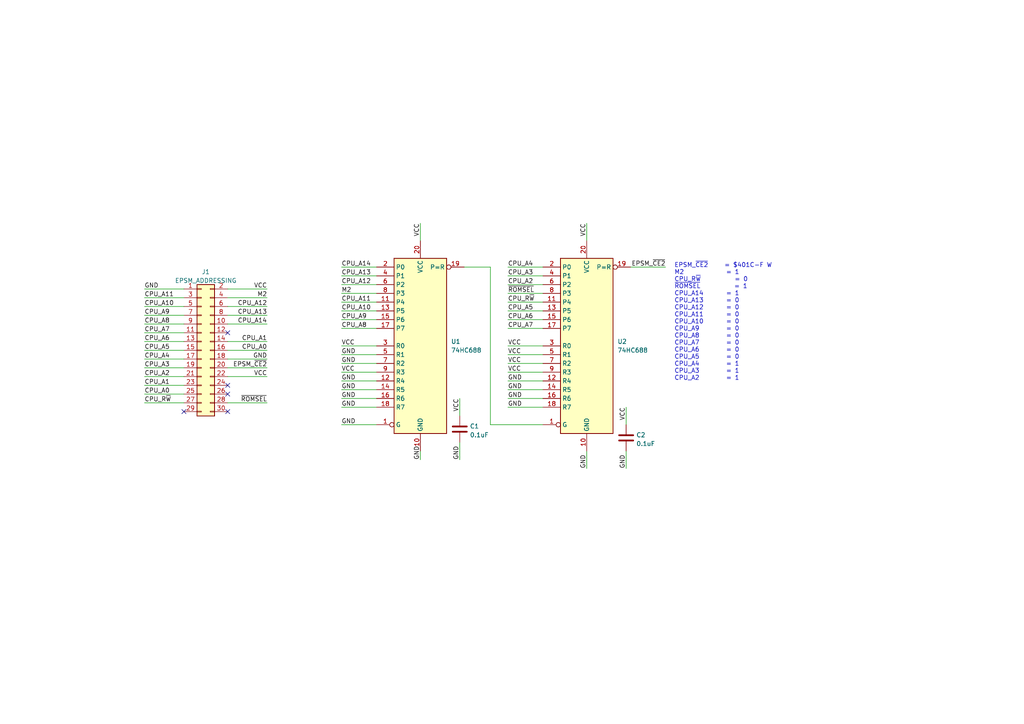
<source format=kicad_sch>
(kicad_sch (version 20211123) (generator eeschema)
  (paper "A4")
  (title_block (title "EPSM Expansion Audio FC 401C-F Addressing Daughterboard") (date "2023-01-22") (rev "REV. A") (company "Perkka, Persune"))
  (lib_symbols
    (symbol "74xx:74HC688"
      (property "Reference" "U" (at -7.62 26.67 0))
      (property "Value" "74HC688" (at -7.62 -26.67 0))
      (symbol "74HC688_1_0"
        (pin input inverted (at -12.7 -22.86 0) (length 5.08) (name "G") (number "1"))
        (pin power_in line (at 0 -30.48 90) (length 5.08) (name "GND") (number "10"))
        (pin input line (at -12.7 12.7 0) (length 5.08) (name "P4") (number "11"))
        (pin input line (at -12.7 -10.16 0) (length 5.08) (name "R4") (number "12"))
        (pin input line (at -12.7 10.16 0) (length 5.08) (name "P5") (number "13"))
        (pin input line (at -12.7 -12.7 0) (length 5.08) (name "R5") (number "14"))
        (pin input line (at -12.7 7.62 0) (length 5.08) (name "P6") (number "15"))
        (pin input line (at -12.7 -15.24 0) (length 5.08) (name "R6") (number "16"))
        (pin input line (at -12.7 5.08 0) (length 5.08) (name "P7") (number "17"))
        (pin input line (at -12.7 -17.78 0) (length 5.08) (name "R7") (number "18"))
        (pin output inverted (at 12.7 22.86 180) (length 5.08) (name "P=R") (number "19"))
        (pin input line (at -12.7 22.86 0) (length 5.08) (name "P0") (number "2"))
        (pin power_in line (at 0 30.48 270) (length 5.08) (name "VCC") (number "20"))
        (pin input line (at -12.7 0 0) (length 5.08) (name "R0") (number "3"))
        (pin input line (at -12.7 20.32 0) (length 5.08) (name "P1") (number "4"))
        (pin input line (at -12.7 -2.54 0) (length 5.08) (name "R1") (number "5"))
        (pin input line (at -12.7 17.78 0) (length 5.08) (name "P2") (number "6"))
        (pin input line (at -12.7 -5.08 0) (length 5.08) (name "R2") (number "7"))
        (pin input line (at -12.7 15.24 0) (length 5.08) (name "P3") (number "8"))
        (pin input line (at -12.7 -7.62 0) (length 5.08) (name "R3") (number "9"))
      )
      (symbol "74HC688_1_1"
        (rectangle (start -7.62 25.4) (end 7.62 -25.4) (stroke (width 0.254)) (fill (type background)))
      )
    )
    (symbol "Connector_Generic:Conn_02x15_Odd_Even" (pin_names (offset 1.016) hide)
      (property "Reference" "J" (at 1.27 20.32 0))
      (property "Value" "Conn_02x15_Odd_Even" (at 1.27 -20.32 0))
      (symbol "Conn_02x15_Odd_Even_1_1"
        (rectangle (start -1.27 -17.653) (end 0 -17.907) (stroke (width 0.1524)))
        (rectangle (start -1.27 -15.113) (end 0 -15.367) (stroke (width 0.1524)))
        (rectangle (start -1.27 -12.573) (end 0 -12.827) (stroke (width 0.1524)))
        (rectangle (start -1.27 -10.033) (end 0 -10.287) (stroke (width 0.1524)))
        (rectangle (start -1.27 -7.493) (end 0 -7.747) (stroke (width 0.1524)))
        (rectangle (start -1.27 -4.953) (end 0 -5.207) (stroke (width 0.1524)))
        (rectangle (start -1.27 -2.413) (end 0 -2.667) (stroke (width 0.1524)))
        (rectangle (start -1.27 0.127) (end 0 -0.127) (stroke (width 0.1524)))
        (rectangle (start -1.27 2.667) (end 0 2.413) (stroke (width 0.1524)))
        (rectangle (start -1.27 5.207) (end 0 4.953) (stroke (width 0.1524)))
        (rectangle (start -1.27 7.747) (end 0 7.493) (stroke (width 0.1524)))
        (rectangle (start -1.27 10.287) (end 0 10.033) (stroke (width 0.1524)))
        (rectangle (start -1.27 12.827) (end 0 12.573) (stroke (width 0.1524)))
        (rectangle (start -1.27 15.367) (end 0 15.113) (stroke (width 0.1524)))
        (rectangle (start -1.27 17.907) (end 0 17.653) (stroke (width 0.1524)))
        (rectangle (start -1.27 19.05) (end 3.81 -19.05) (stroke (width 0.254)) (fill (type background)))
        (rectangle (start 3.81 -17.653) (end 2.54 -17.907) (stroke (width 0.1524)))
        (rectangle (start 3.81 -15.113) (end 2.54 -15.367) (stroke (width 0.1524)))
        (rectangle (start 3.81 -12.573) (end 2.54 -12.827) (stroke (width 0.1524)))
        (rectangle (start 3.81 -10.033) (end 2.54 -10.287) (stroke (width 0.1524)))
        (rectangle (start 3.81 -7.493) (end 2.54 -7.747) (stroke (width 0.1524)))
        (rectangle (start 3.81 -4.953) (end 2.54 -5.207) (stroke (width 0.1524)))
        (rectangle (start 3.81 -2.413) (end 2.54 -2.667) (stroke (width 0.1524)))
        (rectangle (start 3.81 0.127) (end 2.54 -0.127) (stroke (width 0.1524)))
        (rectangle (start 3.81 2.667) (end 2.54 2.413) (stroke (width 0.1524)))
        (rectangle (start 3.81 5.207) (end 2.54 4.953) (stroke (width 0.1524)))
        (rectangle (start 3.81 7.747) (end 2.54 7.493) (stroke (width 0.1524)))
        (rectangle (start 3.81 10.287) (end 2.54 10.033) (stroke (width 0.1524)))
        (rectangle (start 3.81 12.827) (end 2.54 12.573) (stroke (width 0.1524)))
        (rectangle (start 3.81 15.367) (end 2.54 15.113) (stroke (width 0.1524)))
        (rectangle (start 3.81 17.907) (end 2.54 17.653) (stroke (width 0.1524)))
        (pin passive line (at -5.08 17.78 0) (length 3.81) (name "Pin_1") (number "1"))
        (pin passive line (at 7.62 7.62 180) (length 3.81) (name "Pin_10") (number "10"))
        (pin passive line (at -5.08 5.08 0) (length 3.81) (name "Pin_11") (number "11"))
        (pin passive line (at 7.62 5.08 180) (length 3.81) (name "Pin_12") (number "12"))
        (pin passive line (at -5.08 2.54 0) (length 3.81) (name "Pin_13") (number "13"))
        (pin passive line (at 7.62 2.54 180) (length 3.81) (name "Pin_14") (number "14"))
        (pin passive line (at -5.08 0 0) (length 3.81) (name "Pin_15") (number "15"))
        (pin passive line (at 7.62 0 180) (length 3.81) (name "Pin_16") (number "16"))
        (pin passive line (at -5.08 -2.54 0) (length 3.81) (name "Pin_17") (number "17"))
        (pin passive line (at 7.62 -2.54 180) (length 3.81) (name "Pin_18") (number "18"))
        (pin passive line (at -5.08 -5.08 0) (length 3.81) (name "Pin_19") (number "19"))
        (pin passive line (at 7.62 17.78 180) (length 3.81) (name "Pin_2") (number "2"))
        (pin passive line (at 7.62 -5.08 180) (length 3.81) (name "Pin_20") (number "20"))
        (pin passive line (at -5.08 -7.62 0) (length 3.81) (name "Pin_21") (number "21"))
        (pin passive line (at 7.62 -7.62 180) (length 3.81) (name "Pin_22") (number "22"))
        (pin passive line (at -5.08 -10.16 0) (length 3.81) (name "Pin_23") (number "23"))
        (pin passive line (at 7.62 -10.16 180) (length 3.81) (name "Pin_24") (number "24"))
        (pin passive line (at -5.08 -12.7 0) (length 3.81) (name "Pin_25") (number "25"))
        (pin passive line (at 7.62 -12.7 180) (length 3.81) (name "Pin_26") (number "26"))
        (pin passive line (at -5.08 -15.24 0) (length 3.81) (name "Pin_27") (number "27"))
        (pin passive line (at 7.62 -15.24 180) (length 3.81) (name "Pin_28") (number "28"))
        (pin passive line (at -5.08 -17.78 0) (length 3.81) (name "Pin_29") (number "29"))
        (pin passive line (at -5.08 15.24 0) (length 3.81) (name "Pin_3") (number "3"))
        (pin passive line (at 7.62 -17.78 180) (length 3.81) (name "Pin_30") (number "30"))
        (pin passive line (at 7.62 15.24 180) (length 3.81) (name "Pin_4") (number "4"))
        (pin passive line (at -5.08 12.7 0) (length 3.81) (name "Pin_5") (number "5"))
        (pin passive line (at 7.62 12.7 180) (length 3.81) (name "Pin_6") (number "6"))
        (pin passive line (at -5.08 10.16 0) (length 3.81) (name "Pin_7") (number "7"))
        (pin passive line (at 7.62 10.16 180) (length 3.81) (name "Pin_8") (number "8"))
        (pin passive line (at -5.08 7.62 0) (length 3.81) (name "Pin_9") (number "9"))
      )
    )
    (symbol "Device:C" (pin_numbers hide) (pin_names (offset 0.254))
      (property "Reference" "C" (at 0.635 2.54 0))
      (property "Value" "C" (at 0.635 -2.54 0))
      (symbol "C_0_1"
        (polyline (pts (xy -2.032 -0.762) (xy 2.032 -0.762)) (stroke (width 0.508)))
        (polyline (pts (xy -2.032 0.762) (xy 2.032 0.762)) (stroke (width 0.508)))
      )
      (symbol "C_1_1"
        (pin passive line (at 0 3.81 270) (length 2.794) (name "~") (number "1"))
        (pin passive line (at 0 -3.81 90) (length 2.794) (name "~") (number "2"))
      )
    )
    (symbol "power:PWR_FLAG" (power) (pin_numbers hide) (pin_names (offset 0) hide)
      (property "Value" "PWR_FLAG" (at 0 3.81 0))
      (symbol "PWR_FLAG_0_0"
        (pin power_out line (at 0 0 90) (length 0) (name "pwr") (number "1"))
      )
      (symbol "PWR_FLAG_0_1"
        (polyline (pts (xy 0 0) (xy 0 1.27) (xy -1.016 1.905) (xy 0 2.54) (xy 1.016 1.905) (xy 0 1.27)))
      )
    )
  )
  (no_connect (at 66.04 114.3))
  (no_connect (at 66.04 119.38))
  (no_connect (at 53.34 119.38))
  (no_connect (at 66.04 96.52))
  (no_connect (at 66.04 111.76))
  (wire (pts (xy 147.32 118.11) (xy 157.48 118.11)))
  (wire (pts (xy 142.24 77.47) (xy 134.62 77.47)))
  (wire (pts (xy 66.04 109.22) (xy 77.47 109.22)))
  (wire (pts (xy 147.32 110.49) (xy 157.48 110.49)))
  (wire (pts (xy 41.91 116.84) (xy 53.34 116.84)))
  (wire (pts (xy 170.18 135.89) (xy 170.18 130.81)))
  (wire (pts (xy 41.91 106.68) (xy 53.34 106.68)))
  (wire (pts (xy 66.04 104.14) (xy 77.47 104.14)))
  (wire (pts (xy 41.91 93.98) (xy 53.34 93.98)))
  (wire (pts (xy 121.92 133.35) (xy 121.92 130.81)))
  (wire (pts (xy 99.06 92.71) (xy 109.22 92.71)))
  (wire (pts (xy 99.06 87.63) (xy 109.22 87.63)))
  (wire (pts (xy 147.32 85.09) (xy 157.48 85.09)))
  (wire (pts (xy 99.06 118.11) (xy 109.22 118.11)))
  (wire (pts (xy 147.32 95.25) (xy 157.48 95.25)))
  (wire (pts (xy 99.06 90.17) (xy 109.22 90.17)))
  (wire (pts (xy 41.91 114.3) (xy 53.34 114.3)))
  (wire (pts (xy 182.88 77.47) (xy 193.04 77.47)))
  (wire (pts (xy 66.04 93.98) (xy 77.47 93.98)))
  (wire (pts (xy 41.91 104.14) (xy 53.34 104.14)))
  (wire (pts (xy 41.91 99.06) (xy 53.34 99.06)))
  (wire (pts (xy 99.06 102.87) (xy 109.22 102.87)))
  (wire (pts (xy 77.47 83.82) (xy 66.04 83.82)))
  (wire (pts (xy 142.24 123.19) (xy 142.24 77.47)))
  (wire (pts (xy 99.06 85.09) (xy 109.22 85.09)))
  (wire (pts (xy 147.32 113.03) (xy 157.48 113.03)))
  (wire (pts (xy 66.04 91.44) (xy 77.47 91.44)))
  (wire (pts (xy 147.32 92.71) (xy 157.48 92.71)))
  (wire (pts (xy 41.91 88.9) (xy 53.34 88.9)))
  (wire (pts (xy 142.24 123.19) (xy 157.48 123.19)))
  (wire (pts (xy 99.06 113.03) (xy 109.22 113.03)))
  (wire (pts (xy 147.32 100.33) (xy 157.48 100.33)))
  (wire (pts (xy 41.91 111.76) (xy 53.34 111.76)))
  (wire (pts (xy 66.04 116.84) (xy 77.47 116.84)))
  (wire (pts (xy 41.91 83.82) (xy 53.34 83.82)))
  (wire (pts (xy 66.04 106.68) (xy 77.47 106.68)))
  (wire (pts (xy 133.35 128.27) (xy 133.35 133.35)))
  (wire (pts (xy 147.32 107.95) (xy 157.48 107.95)))
  (wire (pts (xy 41.91 96.52) (xy 53.34 96.52)))
  (wire (pts (xy 181.61 118.11) (xy 181.61 123.19)))
  (wire (pts (xy 41.91 109.22) (xy 53.34 109.22)))
  (wire (pts (xy 41.91 86.36) (xy 53.34 86.36)))
  (wire (pts (xy 147.32 115.57) (xy 157.48 115.57)))
  (wire (pts (xy 99.06 80.01) (xy 109.22 80.01)))
  (wire (pts (xy 170.18 64.77) (xy 170.18 69.85)))
  (wire (pts (xy 99.06 77.47) (xy 109.22 77.47)))
  (wire (pts (xy 99.06 100.33) (xy 109.22 100.33)))
  (wire (pts (xy 147.32 82.55) (xy 157.48 82.55)))
  (wire (pts (xy 41.91 101.6) (xy 53.34 101.6)))
  (wire (pts (xy 66.04 86.36) (xy 77.47 86.36)))
  (wire (pts (xy 99.06 123.19) (xy 109.22 123.19)))
  (wire (pts (xy 121.92 64.77) (xy 121.92 69.85)))
  (wire (pts (xy 99.06 107.95) (xy 109.22 107.95)))
  (wire (pts (xy 147.32 87.63) (xy 157.48 87.63)))
  (wire (pts (xy 99.06 110.49) (xy 109.22 110.49)))
  (wire (pts (xy 147.32 105.41) (xy 157.48 105.41)))
  (wire (pts (xy 99.06 115.57) (xy 109.22 115.57)))
  (wire (pts (xy 147.32 102.87) (xy 157.48 102.87)))
  (wire (pts (xy 99.06 82.55) (xy 109.22 82.55)))
  (wire (pts (xy 66.04 88.9) (xy 77.47 88.9)))
  (wire (pts (xy 147.32 80.01) (xy 157.48 80.01)))
  (wire (pts (xy 99.06 95.25) (xy 109.22 95.25)))
  (wire (pts (xy 133.35 115.57) (xy 133.35 120.65)))
  (wire (pts (xy 66.04 99.06) (xy 77.47 99.06)))
  (wire (pts (xy 147.32 90.17) (xy 157.48 90.17)))
  (wire (pts (xy 99.06 105.41) (xy 109.22 105.41)))
  (wire (pts (xy 181.61 130.81) (xy 181.61 135.89)))
  (wire (pts (xy 147.32 77.47) (xy 157.48 77.47)))
  (wire (pts (xy 66.04 101.6) (xy 77.47 101.6)))
  (wire (pts (xy 41.91 91.44) (xy 53.34 91.44)))
  (text "EPSM_~{CE2}	= $401C-F W\nM2			= 1\nCPU_R~{W}		= 0\n~{ROMSEL} 		= 1\nCPU_A14		= 1\nCPU_A13		= 0\nCPU_A12		= 0\nCPU_A11		= 0\nCPU_A10		= 0\nCPU_A9		= 0\nCPU_A8		= 0\nCPU_A7		= 0\nCPU_A6		= 0\nCPU_A5		= 0\nCPU_A4		= 1\nCPU_A3		= 1\nCPU_A2		= 1" (at 195.58 110.49 0) (effects (font (size 1.27 1.27)) (justify left bottom)))
  (label "VCC" (at 147.32 100.33 0))
  (label "GND" (at 147.32 118.11 0))
  (label "~{ROMSEL}" (at 77.47 116.84 180))
  (label "CPU_A10" (at 99.06 90.17 0))
  (label "GND" (at 99.06 113.03 0))
  (label "CPU_A13" (at 77.47 91.44 180))
  (label "CPU_R~{W}" (at 147.32 87.63 0))
  (label "CPU_A0" (at 77.47 101.6 180))
  (label "GND" (at -3.81 1.27 0))
  (label "EPSM_~{CE2}" (at 77.47 106.68 180))
  (label "CPU_A11" (at 99.06 87.63 0))
  (label "GND" (at 170.18 135.89 90))
  (label "GND" (at 99.06 102.87 0))
  (label "CPU_A11" (at 41.91 86.36 0))
  (label "~{ROMSEL}" (at 147.32 85.09 0))
  (label "GND" (at 77.47 104.14 180))
  (label "CPU_A14" (at 77.47 93.98 180))
  (label "CPU_A5" (at 147.32 90.17 0))
  (label "VCC" (at 147.32 102.87 0))
  (label "GND" (at 121.92 133.35 90))
  (label "CPU_A12" (at 77.47 88.9 180))
  (label "CPU_A4" (at 147.32 77.47 0))
  (label "CPU_A1" (at 77.47 99.06 180))
  (label "CPU_A9" (at 99.06 92.71 0))
  (label "CPU_A12" (at 99.06 82.55 0))
  (label "GND" (at 99.06 118.11 0))
  (label "VCC" (at 121.92 64.77 270))
  (label "CPU_A7" (at 41.91 96.52 0))
  (label "VCC" (at 133.35 115.57 270))
  (label "CPU_A0" (at 41.91 114.3 0))
  (label "CPU_A8" (at 41.91 93.98 0))
  (label "GND" (at 147.32 110.49 0))
  (label "CPU_A2" (at 147.32 82.55 0))
  (label "EPSM_~{CE2}" (at 193.04 77.47 180))
  (label "CPU_A6" (at 41.91 99.06 0))
  (label "CPU_A7" (at 147.32 95.25 0))
  (label "CPU_A4" (at 41.91 104.14 0))
  (label "CPU_A14" (at 99.06 77.47 0))
  (label "GND" (at 99.06 115.57 0))
  (label "M2" (at 77.47 86.36 180))
  (label "VCC" (at -3.81 3.81 0))
  (label "CPU_R~{W}" (at 41.91 116.84 0))
  (label "VCC" (at 99.06 100.33 0))
  (label "GND" (at 41.91 83.82 0))
  (label "CPU_A9" (at 41.91 91.44 0))
  (label "VCC" (at 181.61 118.11 270))
  (label "VCC" (at 99.06 107.95 0))
  (label "VCC" (at 147.32 105.41 0))
  (label "GND" (at 99.06 105.41 0))
  (label "GND" (at 147.32 115.57 0))
  (label "M2" (at 99.06 85.09 0))
  (label "VCC" (at 147.32 107.95 0))
  (label "CPU_A2" (at 41.91 109.22 0))
  (label "VCC" (at 170.18 64.77 270))
  (label "GND" (at 133.35 133.35 90))
  (label "GND" (at 99.06 123.19 0))
  (label "CPU_A13" (at 99.06 80.01 0))
  (label "VCC" (at 77.47 83.82 180))
  (label "GND" (at 181.61 135.89 90))
  (label "CPU_A1" (at 41.91 111.76 0))
  (label "CPU_A3" (at 41.91 106.68 0))
  (label "CPU_A8" (at 99.06 95.25 0))
  (label "GND" (at 99.06 110.49 0))
  (label "CPU_A10" (at 41.91 88.9 0))
  (label "GND" (at 147.32 113.03 0))
  (label "CPU_A5" (at 41.91 101.6 0))
  (label "CPU_A6" (at 147.32 92.71 0))
  (label "CPU_A3" (at 147.32 80.01 0))
  (label "VCC" (at 77.47 109.22 180))
  (symbol (lib_id "74xx:74HC688") (at 170.18 100.33 0) (unit 1)
    (property "Reference" "U2" (at 179.07 99.06 0) (effects (justify left)))
    (property "Value" "74HC688" (at 179.07 101.6 0) (effects (justify left)))
    (property "Footprint" "Package_SO:SOIC-20W_7.5x12.8mm_P1.27mm" (effects hide))
    (property "Datasheet" "https://www.ti.com/lit/ds/symlink/cd54hc688.pdf" (effects hide))
  )
  (symbol (lib_id "Device:C") (at 181.61 127 180) (unit 1)
    (property "Reference" "C2" (at 184.531 126.1653 0) (effects (justify right)))
    (property "Value" "0.1uF" (at 184.531 128.7022 0) (effects (justify right)))
    (property "Footprint" "Capacitor_SMD:C_0805_2012Metric_Pad1.18x1.45mm_HandSolder" (effects hide))
  )
  (symbol (lib_id "Device:C") (at 133.35 124.46 180) (unit 1)
    (property "Reference" "C1" (at 136.271 123.6253 0) (effects (justify right)))
    (property "Value" "0.1uF" (at 136.271 126.1622 0) (effects (justify right)))
    (property "Footprint" "Capacitor_SMD:C_0805_2012Metric_Pad1.18x1.45mm_HandSolder" (effects hide))
  )
  (symbol (lib_id "power:PWR_FLAG") (at -3.81 1.27 90) (unit 1)
    (property "Reference" "#FLG01" (effects hide))
    (property "Value" "PWR_FLAG" (at -6.9849 1.7038 90) (effects (justify left)))
  )
  (symbol (lib_id "power:PWR_FLAG") (at -3.81 3.81 90) (unit 1)
    (property "Reference" "#FLG02" (effects hide))
    (property "Value" "PWR_FLAG" (at -6.9849 4.2438 90) (effects (justify left)))
  )
  (symbol (lib_id "Connector_Generic:Conn_02x15_Odd_Even") (at 58.42 101.6 0) (unit 1)
    (property "Reference" "J1" (at 59.69 78.8502 0))
    (property "Value" "EPSM_ADDRESSING" (at 59.69 81.3871 0))
    (property "Footprint" "Connector_PinHeader_2.54mm:PinHeader_2x15_P2.54mm_Vertical" (effects hide))
  )
  (symbol (lib_id "74xx:74HC688") (at 121.92 100.33 0) (unit 1)
    (property "Reference" "U1" (at 130.81 99.06 0) (effects (justify left)))
    (property "Value" "74HC688" (at 130.81 101.6 0) (effects (justify left)))
    (property "Footprint" "Package_SO:SOIC-20W_7.5x12.8mm_P1.27mm" (effects hide))
    (property "Datasheet" "https://www.ti.com/lit/ds/symlink/cd54hc688.pdf" (effects hide))
  )
)
</source>
